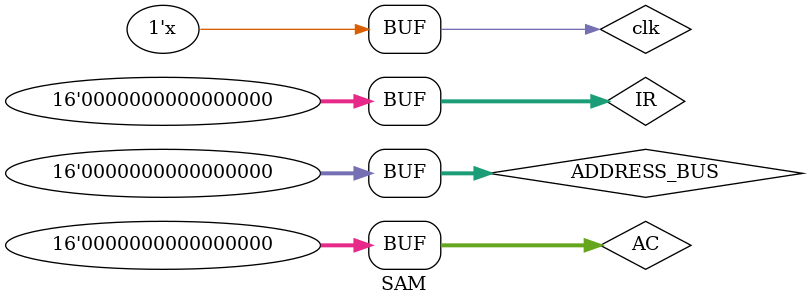
<source format=v>
`timescale 1ns/1ps

module SAM();
  reg clk;

// TODO: you may alter the type of registers to wire (e.g. reg RW -> wire RW) if necessary
  reg [15:0] PC;
  reg [15:0] AC, MAR, MBR, IR;
  reg [15:0] ABUS, RBUS, MBUS;
  reg [15:0] ADDRESS_BUS, DATA_BUS;
  reg RW, REQUEST;
  wire WAIT;

  reg [15:0] ALU_A, ALU_B;
  reg ALU_ADD, ALU_PASS_B;
  reg [15:0] ALU_RESULT;

  wire [21:0] b;
  controller my_controller(clk, WAIT, IR[15], AC[15], IR[14], b);

  wire [15:0] data_bus_t;
  always @ ( RW ) if (RW) DATA_BUS = data_bus_t;
  Memory my_memory(ADDRESS_BUS, REQUEST, RW, WAIT, DATA_BUS, data_bus_t);

  // initial settings
  // TODO : add any initialization process if required (not necessary)
  initial begin
    clk = 0;
    AC = 0;
    IR = 0;
    ADDRESS_BUS = 0;
  end
  always begin
    clk = ~clk; #1;
  end

  // ALU implementation
  always @ (ALU_ADD or ALU_PASS_B or ALU_A or ALU_B )begin
    if (ALU_ADD) ALU_RESULT = ALU_A + ALU_B;
    else if (ALU_PASS_B) ALU_RESULT = ALU_B;
  end

  always @ ( negedge clk ) begin
    // TODO: refer to lecture note, page 46
/* Example 1. clk-synchrinized implementation
    if		(b[21]) ABUS = PC;
    if		(b[20]) ABUS = IR;
    if		(b[19]) ABUS = MBR;
*/
  end

/* Example 2. register without clk
  always @ (b or PC or IR or MBR) begin
    if (b[21]) ABUS = PC;
    if (b[20]) ABUS = IR;
    if (b[19]) ABUS = MBR;
  end
*/

/* Example 3. wire-based
  assign ABUS = b[21] ? PC : (b[20] ? IR : (b[19] ? MBR : 'bz));
  Note that you need to change ABUS's type as wire in this case (wire ABUS)
*/
endmodule
</source>
